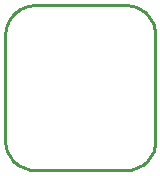
<source format=gbr>
G04 EAGLE Gerber RS-274X export*
G75*
%MOMM*%
%FSLAX34Y34*%
%LPD*%
%IN*%
%IPPOS*%
%AMOC8*
5,1,8,0,0,1.08239X$1,22.5*%
G01*
%ADD10C,0.254000*%


D10*
X0Y25400D02*
X97Y23186D01*
X386Y20989D01*
X865Y18826D01*
X1532Y16713D01*
X2380Y14666D01*
X3403Y12700D01*
X4594Y10831D01*
X5942Y9073D01*
X7440Y7440D01*
X9073Y5942D01*
X10831Y4594D01*
X12700Y3403D01*
X14666Y2380D01*
X16713Y1532D01*
X18826Y865D01*
X20989Y386D01*
X23186Y97D01*
X25400Y0D01*
X101600Y0D01*
X103814Y97D01*
X106011Y386D01*
X108174Y865D01*
X110287Y1532D01*
X112335Y2380D01*
X114300Y3403D01*
X116169Y4594D01*
X117927Y5942D01*
X119561Y7440D01*
X121058Y9073D01*
X122406Y10831D01*
X123597Y12700D01*
X124620Y14666D01*
X125468Y16713D01*
X126135Y18826D01*
X126614Y20989D01*
X126903Y23186D01*
X127000Y25400D01*
X127000Y114300D01*
X126903Y116514D01*
X126614Y118711D01*
X126135Y120874D01*
X125468Y122987D01*
X124620Y125035D01*
X123597Y127000D01*
X122406Y128869D01*
X121058Y130627D01*
X119561Y132261D01*
X117927Y133758D01*
X116169Y135106D01*
X114300Y136297D01*
X112335Y137320D01*
X110287Y138168D01*
X108174Y138835D01*
X106011Y139314D01*
X103814Y139603D01*
X101600Y139700D01*
X25400Y139700D01*
X23186Y139603D01*
X20989Y139314D01*
X18826Y138835D01*
X16713Y138168D01*
X14666Y137320D01*
X12700Y136297D01*
X10831Y135106D01*
X9073Y133758D01*
X7440Y132261D01*
X5942Y130627D01*
X4594Y128869D01*
X3403Y127000D01*
X2380Y125035D01*
X1532Y122987D01*
X865Y120874D01*
X386Y118711D01*
X97Y116514D01*
X0Y114300D01*
X0Y25400D01*
M02*

</source>
